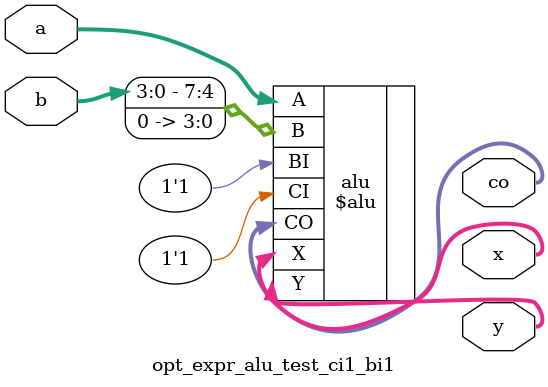
<source format=v>
module opt_expr_alu_test_ci1_bi1(input [7:0] a, input [3:0] b, output [8:0] x, y, co);
    \$alu #(.A_SIGNED(0), .B_SIGNED(0), .A_WIDTH(8), .B_WIDTH(8), .Y_WIDTH(9)) alu (.A(a), .B({b, 4'b0000}), .CI(1'b1), .BI(1'b1), .X(x), .Y(y), .CO(co));
endmodule

</source>
